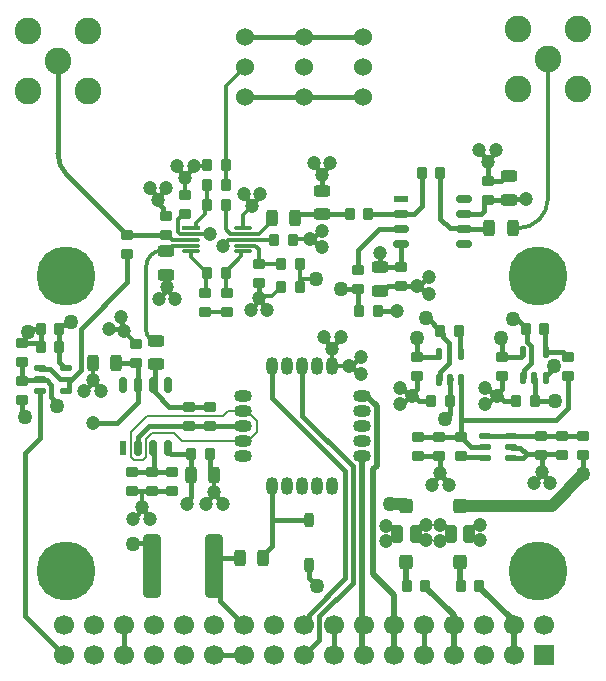
<source format=gtl>
G04*
G04 #@! TF.GenerationSoftware,Altium Limited,Altium Designer,21.2.2 (38)*
G04*
G04 Layer_Physical_Order=1*
G04 Layer_Color=2441676*
%FSLAX44Y44*%
%MOMM*%
G71*
G04*
G04 #@! TF.SameCoordinates,FBAD0861-C7C3-44E5-B471-CEE513BBFA7F*
G04*
G04*
G04 #@! TF.FilePolarity,Positive*
G04*
G01*
G75*
%ADD10C,0.2000*%
%ADD36C,0.4000*%
%ADD37C,0.3000*%
G04:AMPARAMS|DCode=38|XSize=0.9mm|YSize=1mm|CornerRadius=0.225mm|HoleSize=0mm|Usage=FLASHONLY|Rotation=180.000|XOffset=0mm|YOffset=0mm|HoleType=Round|Shape=RoundedRectangle|*
%AMROUNDEDRECTD38*
21,1,0.9000,0.5500,0,0,180.0*
21,1,0.4500,1.0000,0,0,180.0*
1,1,0.4500,-0.2250,0.2750*
1,1,0.4500,0.2250,0.2750*
1,1,0.4500,0.2250,-0.2750*
1,1,0.4500,-0.2250,-0.2750*
%
%ADD38ROUNDEDRECTD38*%
G04:AMPARAMS|DCode=39|XSize=0.55mm|YSize=1mm|CornerRadius=0.1375mm|HoleSize=0mm|Usage=FLASHONLY|Rotation=270.000|XOffset=0mm|YOffset=0mm|HoleType=Round|Shape=RoundedRectangle|*
%AMROUNDEDRECTD39*
21,1,0.5500,0.7250,0,0,270.0*
21,1,0.2750,1.0000,0,0,270.0*
1,1,0.2750,-0.3625,-0.1375*
1,1,0.2750,-0.3625,0.1375*
1,1,0.2750,0.3625,0.1375*
1,1,0.2750,0.3625,-0.1375*
%
%ADD39ROUNDEDRECTD39*%
G04:AMPARAMS|DCode=40|XSize=0.9mm|YSize=1mm|CornerRadius=0.225mm|HoleSize=0mm|Usage=FLASHONLY|Rotation=90.000|XOffset=0mm|YOffset=0mm|HoleType=Round|Shape=RoundedRectangle|*
%AMROUNDEDRECTD40*
21,1,0.9000,0.5500,0,0,90.0*
21,1,0.4500,1.0000,0,0,90.0*
1,1,0.4500,0.2750,0.2250*
1,1,0.4500,0.2750,-0.2250*
1,1,0.4500,-0.2750,-0.2250*
1,1,0.4500,-0.2750,0.2250*
%
%ADD40ROUNDEDRECTD40*%
G04:AMPARAMS|DCode=41|XSize=1.25mm|YSize=1.2mm|CornerRadius=0.3mm|HoleSize=0mm|Usage=FLASHONLY|Rotation=90.000|XOffset=0mm|YOffset=0mm|HoleType=Round|Shape=RoundedRectangle|*
%AMROUNDEDRECTD41*
21,1,1.2500,0.6000,0,0,90.0*
21,1,0.6500,1.2000,0,0,90.0*
1,1,0.6000,0.3000,0.3250*
1,1,0.6000,0.3000,-0.3250*
1,1,0.6000,-0.3000,-0.3250*
1,1,0.6000,-0.3000,0.3250*
%
%ADD41ROUNDEDRECTD41*%
G04:AMPARAMS|DCode=42|XSize=1.5mm|YSize=1mm|CornerRadius=0.25mm|HoleSize=0mm|Usage=FLASHONLY|Rotation=90.000|XOffset=0mm|YOffset=0mm|HoleType=Round|Shape=RoundedRectangle|*
%AMROUNDEDRECTD42*
21,1,1.5000,0.5000,0,0,90.0*
21,1,1.0000,1.0000,0,0,90.0*
1,1,0.5000,0.2500,0.5000*
1,1,0.5000,0.2500,-0.5000*
1,1,0.5000,-0.2500,-0.5000*
1,1,0.5000,-0.2500,0.5000*
%
%ADD42ROUNDEDRECTD42*%
G04:AMPARAMS|DCode=43|XSize=5.4mm|YSize=1.55mm|CornerRadius=0.3875mm|HoleSize=0mm|Usage=FLASHONLY|Rotation=270.000|XOffset=0mm|YOffset=0mm|HoleType=Round|Shape=RoundedRectangle|*
%AMROUNDEDRECTD43*
21,1,5.4000,0.7750,0,0,270.0*
21,1,4.6250,1.5500,0,0,270.0*
1,1,0.7750,-0.3875,-2.3125*
1,1,0.7750,-0.3875,2.3125*
1,1,0.7750,0.3875,2.3125*
1,1,0.7750,0.3875,-2.3125*
%
%ADD43ROUNDEDRECTD43*%
G04:AMPARAMS|DCode=44|XSize=1.5mm|YSize=0.3mm|CornerRadius=0.075mm|HoleSize=0mm|Usage=FLASHONLY|Rotation=0.000|XOffset=0mm|YOffset=0mm|HoleType=Round|Shape=RoundedRectangle|*
%AMROUNDEDRECTD44*
21,1,1.5000,0.1500,0,0,0.0*
21,1,1.3500,0.3000,0,0,0.0*
1,1,0.1500,0.6750,-0.0750*
1,1,0.1500,-0.6750,-0.0750*
1,1,0.1500,-0.6750,0.0750*
1,1,0.1500,0.6750,0.0750*
%
%ADD44ROUNDEDRECTD44*%
%ADD45R,1.5000X0.3000*%
G04:AMPARAMS|DCode=46|XSize=0.95mm|YSize=1.4mm|CornerRadius=0.2375mm|HoleSize=0mm|Usage=FLASHONLY|Rotation=90.000|XOffset=0mm|YOffset=0mm|HoleType=Round|Shape=RoundedRectangle|*
%AMROUNDEDRECTD46*
21,1,0.9500,0.9250,0,0,90.0*
21,1,0.4750,1.4000,0,0,90.0*
1,1,0.4750,0.4625,0.2375*
1,1,0.4750,0.4625,-0.2375*
1,1,0.4750,-0.4625,-0.2375*
1,1,0.4750,-0.4625,0.2375*
%
%ADD46ROUNDEDRECTD46*%
G04:AMPARAMS|DCode=47|XSize=0.95mm|YSize=1.4mm|CornerRadius=0.2375mm|HoleSize=0mm|Usage=FLASHONLY|Rotation=0.000|XOffset=0mm|YOffset=0mm|HoleType=Round|Shape=RoundedRectangle|*
%AMROUNDEDRECTD47*
21,1,0.9500,0.9250,0,0,0.0*
21,1,0.4750,1.4000,0,0,0.0*
1,1,0.4750,0.2375,-0.4625*
1,1,0.4750,-0.2375,-0.4625*
1,1,0.4750,-0.2375,0.4625*
1,1,0.4750,0.2375,0.4625*
%
%ADD47ROUNDEDRECTD47*%
G04:AMPARAMS|DCode=48|XSize=1.3208mm|YSize=0.6096mm|CornerRadius=0.1524mm|HoleSize=0mm|Usage=FLASHONLY|Rotation=90.000|XOffset=0mm|YOffset=0mm|HoleType=Round|Shape=RoundedRectangle|*
%AMROUNDEDRECTD48*
21,1,1.3208,0.3048,0,0,90.0*
21,1,1.0160,0.6096,0,0,90.0*
1,1,0.3048,0.1524,0.5080*
1,1,0.3048,0.1524,-0.5080*
1,1,0.3048,-0.1524,-0.5080*
1,1,0.3048,-0.1524,0.5080*
%
%ADD48ROUNDEDRECTD48*%
%ADD49R,0.6096X1.2700*%
G04:AMPARAMS|DCode=50|XSize=1.3208mm|YSize=0.6096mm|CornerRadius=0.1524mm|HoleSize=0mm|Usage=FLASHONLY|Rotation=0.000|XOffset=0mm|YOffset=0mm|HoleType=Round|Shape=RoundedRectangle|*
%AMROUNDEDRECTD50*
21,1,1.3208,0.3048,0,0,0.0*
21,1,1.0160,0.6096,0,0,0.0*
1,1,0.3048,0.5080,-0.1524*
1,1,0.3048,-0.5080,-0.1524*
1,1,0.3048,-0.5080,0.1524*
1,1,0.3048,0.5080,0.1524*
%
%ADD50ROUNDEDRECTD50*%
G04:AMPARAMS|DCode=51|XSize=0.55mm|YSize=1mm|CornerRadius=0.1375mm|HoleSize=0mm|Usage=FLASHONLY|Rotation=0.000|XOffset=0mm|YOffset=0mm|HoleType=Round|Shape=RoundedRectangle|*
%AMROUNDEDRECTD51*
21,1,0.5500,0.7250,0,0,0.0*
21,1,0.2750,1.0000,0,0,0.0*
1,1,0.2750,0.1375,-0.3625*
1,1,0.2750,-0.1375,-0.3625*
1,1,0.2750,-0.1375,0.3625*
1,1,0.2750,0.1375,0.3625*
%
%ADD51ROUNDEDRECTD51*%
G04:AMPARAMS|DCode=52|XSize=1.2mm|YSize=0.8mm|CornerRadius=0.2mm|HoleSize=0mm|Usage=FLASHONLY|Rotation=90.000|XOffset=0mm|YOffset=0mm|HoleType=Round|Shape=RoundedRectangle|*
%AMROUNDEDRECTD52*
21,1,1.2000,0.4000,0,0,90.0*
21,1,0.8000,0.8000,0,0,90.0*
1,1,0.4000,0.2000,0.4000*
1,1,0.4000,0.2000,-0.4000*
1,1,0.4000,-0.2000,-0.4000*
1,1,0.4000,-0.2000,0.4000*
%
%ADD52ROUNDEDRECTD52*%
%ADD53R,1.2700X0.6096*%
%ADD54C,0.5000*%
%ADD55C,1.0000*%
%ADD56C,0.3810*%
%ADD57O,1.0500X1.5000*%
%ADD58O,1.5000X1.0500*%
%ADD59C,1.7000*%
%ADD60R,1.7000X1.7000*%
%ADD61C,2.2620*%
%ADD62C,1.5240*%
%ADD63C,1.2700*%
%ADD64C,1.2000*%
%ADD65C,5.0000*%
D10*
X437200Y510700D02*
X450200D01*
X453300D01*
X462000Y502000D01*
X432500Y506000D02*
X437200Y510700D01*
X462000Y493000D02*
Y502000D01*
X368500Y506000D02*
X432500D01*
X454300Y485300D02*
X462000Y493000D01*
X355102Y492602D02*
X368500Y506000D01*
X450200Y485300D02*
X454300D01*
X355102Y471398D02*
Y492602D01*
X398200Y485300D02*
X450200D01*
X355102Y471398D02*
X357500Y469000D01*
X391500Y492000D02*
X398200Y485300D01*
X357500Y469000D02*
X365500D01*
X372500Y492000D02*
X391500D01*
X365500Y469000D02*
X367500Y471000D01*
Y487000D02*
X372500Y492000D01*
X367500Y471000D02*
Y487000D01*
D36*
X669000Y571000D02*
G03*
X668000Y572000I-1000J0D01*
G01*
X293000Y728521D02*
G03*
X300439Y710561I25400J0D01*
G01*
X303000Y393000D02*
G03*
X304000Y394000I0J1000D01*
G01*
X720000Y487000D02*
G03*
X717500Y489500I-2500J0D01*
G01*
X596564Y616000D02*
G03*
X597000Y616435I0J435D01*
G01*
X556350Y677350D02*
G03*
X556000Y677000I0J-350D01*
G01*
X540000Y676000D02*
G03*
X539000Y677000I-1000J0D01*
G01*
X497565D02*
G03*
X494000Y673435I0J-3565D01*
G01*
X517000Y709565D02*
G03*
X516565Y710000I-435J0D01*
G01*
X425000Y304000D02*
X450400D01*
X526600D02*
Y329400D01*
X348800Y304000D02*
Y329400D01*
X265000Y337000D02*
X298000Y304000D01*
X265000Y475000D02*
X277574Y487574D01*
X265000Y337000D02*
Y475000D01*
X370500Y498000D02*
X450200D01*
X474600Y396053D02*
Y447200D01*
X602800Y304000D02*
Y329400D01*
X430093Y349707D02*
Y374408D01*
Y349707D02*
X450400Y329400D01*
X425500Y379000D02*
X430093Y374408D01*
X542550Y365050D02*
Y463450D01*
X514100Y336600D02*
X542550Y365050D01*
X501200Y332918D02*
X505303Y337021D01*
Y337803D01*
X501200Y329400D02*
Y332918D01*
X505303Y337803D02*
X536550Y369050D01*
Y459550D01*
X474600Y521501D02*
X536550Y459550D01*
X501200Y304000D02*
X514100Y316900D01*
Y336600D01*
X669000Y556000D02*
Y571000D01*
X292500Y515000D02*
Y517500D01*
X287500Y522500D02*
X292500Y517500D01*
X287500Y522500D02*
Y532500D01*
X283574Y536426D02*
X287500Y532500D01*
X277574Y537176D02*
X278324Y536426D01*
X283574D01*
X286574Y545926D02*
X295149Y537351D01*
X278324Y545926D02*
X286574D01*
X295149Y537351D02*
X304851D01*
X312500Y545000D01*
X302574Y535074D02*
X304851Y537351D01*
X296848Y582786D02*
X300286D01*
X294367Y579941D02*
Y580305D01*
X296848Y582786D01*
X262500Y507500D02*
Y519500D01*
Y507500D02*
X265000Y505000D01*
X277574Y487574D02*
Y527676D01*
X267500Y577598D02*
X269843Y579941D01*
X278367D01*
X267500Y577500D02*
Y577598D01*
X278367Y567500D02*
Y579941D01*
X276172Y567500D02*
X278367D01*
X275672Y568000D02*
X276172Y567500D01*
X262500Y568000D02*
X275672D01*
X352000Y619500D02*
Y643000D01*
X312500Y580000D02*
X352000Y619500D01*
X312500Y545000D02*
Y580000D01*
X301824Y527676D02*
X302574Y528426D01*
Y535074D01*
X262500Y535500D02*
X263426Y536426D01*
X276824D02*
X277574Y537176D01*
X263426Y536426D02*
X276824D01*
X262500Y535500D02*
Y552000D01*
X294367Y564941D02*
Y579941D01*
Y551883D02*
Y564941D01*
Y551883D02*
X296574Y549676D01*
X297324Y546676D02*
X299574D01*
X296574Y547426D02*
X297324Y546676D01*
X296574Y547426D02*
Y549676D01*
X277574Y527676D02*
X279824D01*
X277574Y546676D02*
X278324Y545926D01*
X293000Y728521D02*
Y807000D01*
X353051Y659435D02*
X385000D01*
X300439Y710561D02*
X352000Y659000D01*
X356500Y398000D02*
X357000Y398500D01*
X366893D02*
X372500Y392893D01*
Y379000D02*
Y392893D01*
X357000Y398500D02*
X366893D01*
X337436Y580829D02*
X338851Y579414D01*
X347336D02*
X347336Y579414D01*
X338851Y579414D02*
X347336D01*
X347336Y579414D02*
X348750Y578000D01*
X347336Y579414D02*
Y587900D01*
X369997Y418999D02*
Y420999D01*
X363997Y426999D02*
Y426999D01*
Y426999D02*
X369997Y420999D01*
X363997Y426999D02*
Y428999D01*
X357997Y420999D02*
X363997Y426999D01*
X505500Y369000D02*
X512250Y362250D01*
X505500Y369000D02*
Y379750D01*
X467000Y388453D02*
X474600Y396053D01*
X475350Y417750D02*
X505500D01*
X499000Y827400D02*
X549000D01*
X499000Y776600D02*
X549000D01*
X500000Y506000D02*
X542550Y463450D01*
X368625Y361000D02*
X372500Y379000D01*
X425500Y380393D02*
X431107Y386000D01*
X425500Y379000D02*
Y380393D01*
X431107Y386000D02*
X447000D01*
X467000D02*
Y388453D01*
X343500Y500000D02*
X361150Y517650D01*
Y532670D01*
X322500Y500000D02*
X343500D01*
X474600Y521501D02*
Y548800D01*
X500000Y506000D02*
Y548800D01*
X451500Y691935D02*
Y693935D01*
X713064Y548064D02*
Y548461D01*
X712000Y546250D02*
Y547000D01*
X713064Y548064D01*
X706000Y538000D02*
Y540250D01*
X712000Y546250D01*
X549000Y776600D02*
X549000Y776600D01*
X499000Y776600D02*
X499000Y776600D01*
X449000D02*
X499000D01*
X449000Y776600D02*
X449000Y776600D01*
X499000D02*
X499000Y776600D01*
Y827400D02*
X499000Y827400D01*
X549000D02*
X549000Y827400D01*
X449000Y827400D02*
X499000D01*
X449000Y827400D02*
X449000Y827400D01*
X499000D02*
X499000Y827400D01*
X681407Y588093D02*
X689000Y580500D01*
X678093Y588093D02*
X681407D01*
X678000Y588000D02*
X678093Y588093D01*
X689000Y580000D02*
Y580500D01*
X606500Y589000D02*
X617000Y578500D01*
X605000Y589000D02*
X606500D01*
X617000Y578000D02*
Y578500D01*
X547000Y614000D02*
X547500Y613500D01*
X533000Y614000D02*
X547000D01*
X634250Y503000D02*
X715000D01*
X725000Y513000D01*
Y540000D01*
X720365Y560000D02*
X724365Y556000D01*
X725000D01*
X706000Y560000D02*
X720365D01*
X697000Y519000D02*
X714000D01*
X696750Y519250D02*
X697000Y519000D01*
X621000Y504000D02*
X625000Y508000D01*
Y519000D01*
X598000Y488000D02*
X634000D01*
X738000Y457000D02*
Y473000D01*
X738000D01*
X597000Y556000D02*
X614750D01*
X597000D02*
X597000D01*
Y572000D01*
X705500Y564000D02*
Y579500D01*
X634250Y503000D02*
Y536750D01*
Y488250D02*
Y503000D01*
X625000Y537000D02*
X625750Y537750D01*
X634250Y536750D02*
X634500Y537000D01*
X634000Y488000D02*
X634250Y488250D01*
X655000Y517000D02*
X657000D01*
X657000Y529000D02*
X663000Y523000D01*
X663000D02*
X663000D01*
X657000Y517000D02*
X663000Y523000D01*
X663000D02*
X665000D01*
Y525165D01*
X669000Y529165D01*
Y540000D01*
X667039Y523000D02*
X671039Y519000D01*
X681000D01*
X665000Y523000D02*
X667039D01*
X696500Y538000D02*
X696750Y537750D01*
Y519250D02*
Y537750D01*
X687000Y557750D02*
Y560000D01*
X669000Y556000D02*
X685250D01*
X687000Y557750D01*
X690601Y569000D02*
Y578399D01*
Y569000D02*
X694000Y565601D01*
X689000Y580000D02*
X690601Y578399D01*
X694000Y551000D02*
Y565601D01*
X687750Y544750D02*
X694000Y551000D01*
X687000Y538000D02*
X687750Y538750D01*
Y544750D01*
X705000Y580000D02*
X705500Y579500D01*
X593000Y523000D02*
X595039D01*
X599039Y519000D02*
X609000D01*
X595039Y523000D02*
X599039Y519000D01*
X597000Y529165D02*
Y540000D01*
X593000Y525165D02*
X597000Y529165D01*
X593000Y523000D02*
Y525165D01*
X591000Y523000D02*
X593000D01*
X585000Y517000D02*
X591000Y523000D01*
X591000D01*
X585000Y529000D02*
X591000Y523000D01*
X583000Y517000D02*
X585000D01*
X625000Y519000D02*
Y537000D01*
X615500Y556750D02*
Y559000D01*
X614750Y556000D02*
X615500Y556750D01*
X619346Y572654D02*
Y575654D01*
X624000Y551000D02*
Y568000D01*
X619346Y572654D02*
X624000Y568000D01*
X617000Y578000D02*
X619346Y575654D01*
X615500Y537000D02*
X616250Y537750D01*
Y543250D01*
X624000Y551000D01*
X633750Y559750D02*
Y577250D01*
X633000Y578000D02*
X633750Y577250D01*
Y559750D02*
X634500Y559000D01*
X703000Y457000D02*
Y459000D01*
Y457000D02*
X709000Y451000D01*
X703000Y457000D02*
Y457000D01*
X697000Y451000D02*
X703000Y457000D01*
X709000Y449000D02*
Y451000D01*
X703000Y459000D02*
Y475000D01*
X616997Y455999D02*
Y457999D01*
Y455999D02*
X622997Y449999D01*
X616997Y455999D02*
Y455999D01*
X610997Y449999D02*
X616997Y455999D01*
X622997Y447999D02*
Y449999D01*
X616997Y457999D02*
Y473999D01*
X598000Y472000D02*
X598001Y471999D01*
X615997D01*
X615998Y471999D01*
X634750Y471250D02*
X654250D01*
X655000Y470500D01*
X634000Y472000D02*
X634750Y471250D01*
X634635Y488000D02*
X642635Y480000D01*
X655000D01*
X634000Y488000D02*
X634635D01*
X677000Y489500D02*
X717500D01*
X720000Y489000D02*
X738000D01*
X690000Y474000D02*
X719000D01*
X677000Y470500D02*
X686500D01*
X690000Y474000D01*
X719000D02*
X720000Y473000D01*
X677000Y480000D02*
X677750Y479250D01*
X684750D01*
X690000Y474000D01*
X655000Y489500D02*
X677000D01*
X405500Y437165D02*
Y456000D01*
X547500Y595500D02*
Y613500D01*
Y595500D02*
X548000Y595000D01*
X564000D02*
X580000D01*
X584000Y616000D02*
X596564D01*
X547000Y630000D02*
Y647000D01*
X564650Y664650D01*
X583330D01*
X566000Y632000D02*
Y644000D01*
X568453Y612000D02*
X572453Y616000D01*
X584000D01*
X566000Y612000D02*
X568453D01*
X584000Y632000D02*
X584000Y632000D01*
X566000Y632000D02*
X584000D01*
X654000Y680000D02*
Y686000D01*
X654154Y686154D01*
X651350Y677350D02*
X654000Y680000D01*
X636670Y677350D02*
X651350D01*
X657000Y705000D02*
Y721000D01*
X668547Y705000D02*
X672547Y709000D01*
X657000Y705000D02*
X668547D01*
X672547Y709000D02*
X675000D01*
X675000Y689000D02*
X675000Y689000D01*
X657000Y689000D02*
X675000D01*
X675000Y689000D02*
X676000Y690000D01*
X689000D01*
X654154Y686519D02*
X656635Y689000D01*
X654154Y686154D02*
Y686519D01*
X656635Y689000D02*
X657000D01*
X657825Y664825D02*
X658000Y665000D01*
X636670Y664650D02*
X636845Y664825D01*
X657825D01*
X584000Y632000D02*
Y651280D01*
X651000Y729000D02*
Y731000D01*
X657000Y723000D02*
X663000Y729000D01*
X657000Y723000D02*
Y723000D01*
X651000Y729000D02*
X657000Y723000D01*
Y721000D02*
Y723000D01*
X605000Y622435D02*
X607000D01*
X599000Y616435D02*
X605000Y610435D01*
X599000Y616435D02*
X599000D01*
X605000Y622435D01*
X597000Y616435D02*
X599000D01*
X636320Y665000D02*
X636670Y664650D01*
X625000Y665000D02*
X636320D01*
X617000Y673000D02*
X625000Y665000D01*
X617000Y673000D02*
Y712000D01*
X556350Y677350D02*
X583330D01*
X594350D01*
X601000Y684000D02*
Y712000D01*
X594350Y677350D02*
X601000Y684000D01*
X497565Y677000D02*
X517000D01*
X539000D01*
X516565Y710000D02*
Y712000D01*
X517000Y697000D02*
Y709565D01*
X510565Y718000D02*
X516565Y712000D01*
Y712000D02*
Y712000D01*
Y712000D02*
X522565Y718000D01*
X510565Y718000D02*
Y720000D01*
X391500Y604935D02*
X392750Y606185D01*
X391500Y604935D02*
Y606935D01*
X385500Y612935D02*
X391500Y606935D01*
X385500Y612935D02*
Y612935D01*
Y614935D01*
X385000Y615435D02*
X385500Y614935D01*
X385000Y615435D02*
Y627435D01*
X379500Y606935D02*
X385500Y612935D01*
X498000Y634435D02*
X498000Y634435D01*
Y615565D02*
X498000Y615565D01*
X457500Y685935D02*
X463500Y691935D01*
X457500Y685935D02*
Y685935D01*
X451500Y691935D02*
X457500Y685935D01*
Y683935D02*
Y685935D01*
X482000Y615200D02*
Y615565D01*
X480750Y616815D02*
X482000Y615565D01*
X463500Y605935D02*
X465031Y607466D01*
X463000Y606435D02*
Y618435D01*
Y606435D02*
X463500Y605935D01*
Y603935D02*
Y605935D01*
Y603935D02*
Y603935D01*
X457500Y597935D02*
X463500Y603935D01*
X469500Y595935D02*
Y597935D01*
X463500Y603935D02*
X469500Y597935D01*
Y595935D02*
X470750Y597185D01*
X395000Y715435D02*
Y717435D01*
X401000Y709435D02*
Y709435D01*
X395000Y715435D02*
X401000Y709435D01*
Y707435D02*
Y709435D01*
X407000Y715435D01*
X385000Y627435D02*
X385500Y626935D01*
X382154Y677916D02*
X384635Y675435D01*
X377661Y686998D02*
X382154Y682504D01*
X377661Y686998D02*
Y689162D01*
X384635Y675435D02*
X385000D01*
X382154Y677916D02*
Y682504D01*
X371661Y697162D02*
X377661Y691162D01*
Y691162D02*
X383661Y697162D01*
X377661Y691162D02*
Y691162D01*
Y689162D02*
Y691162D01*
X371661Y697162D02*
Y699162D01*
X541400Y548800D02*
X547400Y542800D01*
X539400Y548800D02*
X541400D01*
X541400D02*
X547400Y554800D01*
X541400Y548800D02*
X541400D01*
X547400Y554800D02*
X549400D01*
X525400Y564800D02*
X531400Y570800D01*
X525400Y562800D02*
Y564800D01*
X519400Y570800D02*
X525400Y564800D01*
Y564800D02*
Y564800D01*
X519400Y570800D02*
Y572800D01*
X355497Y442999D02*
X372497D01*
X389497D01*
X508468Y655903D02*
X514468Y649903D01*
X506468Y655903D02*
X508468D01*
X508468D02*
X514468Y661903D01*
X508468Y655903D02*
X508468D01*
X514468Y661903D02*
X516468D01*
X425500Y456000D02*
Y458453D01*
X421500Y462453D02*
Y474000D01*
Y462453D02*
X425500Y458453D01*
X419500Y434000D02*
X425500Y440000D01*
Y442000D01*
Y440000D02*
X431500Y434000D01*
X425500Y440000D02*
Y440000D01*
X431500Y432000D02*
Y434000D01*
X316500Y529000D02*
X322500Y535000D01*
Y537000D01*
Y535000D02*
X328500Y529000D01*
X322500Y535000D02*
Y535000D01*
X328500Y527000D02*
Y529000D01*
X358865Y567000D02*
X359500D01*
X342500Y551000D02*
X342500Y551000D01*
X359500D01*
X405298Y473798D02*
X405500Y474000D01*
X388526Y473798D02*
X405298D01*
X386550Y475774D02*
X388526Y473798D01*
X386550Y475774D02*
Y479330D01*
X405500Y456000D02*
Y474000D01*
X361500Y551000D02*
X362000Y550500D01*
X361325Y532845D02*
Y550825D01*
X361150Y532670D02*
X361325Y532845D01*
Y550825D02*
X361500Y551000D01*
X355497Y458999D02*
X372497D01*
X389497D01*
X373850Y479330D02*
X374174Y479006D01*
Y461323D02*
Y479006D01*
Y461323D02*
X374497Y460999D01*
X361150Y479330D02*
Y488650D01*
X370500Y498000D01*
D37*
X353051Y659435D02*
G03*
X352000Y659000I0J-1486D01*
G01*
X381685Y646435D02*
G03*
X367750Y632500I0J-13935D01*
G01*
Y578750D02*
G03*
X376500Y570000I8750J0D01*
G01*
X682600Y665000D02*
G03*
X708000Y690400I0J25400D01*
G01*
X345922Y589314D02*
Y590021D01*
X348750Y578000D02*
X358649Y568101D01*
X357497Y418499D02*
X357997Y418999D01*
X363997Y428999D02*
Y442999D01*
X381685Y646435D02*
X385906D01*
X367750Y578750D02*
Y632500D01*
X435000Y718435D02*
Y785500D01*
X451500Y802000D01*
X498000Y622000D02*
X512000D01*
X498000Y615565D02*
Y634435D01*
X678000Y665000D02*
X682600D01*
X708000Y690400D02*
Y808000D01*
X406000Y660435D02*
X418000D01*
X396712D02*
X406000D01*
X583330Y651950D02*
X584000Y651280D01*
X418500Y626935D02*
X419000Y627435D01*
X418500Y610935D02*
Y626935D01*
X450000Y676435D02*
X457500Y683935D01*
X435000Y664435D02*
Y684435D01*
X450000Y665435D02*
Y676435D01*
X435000Y627435D02*
X435500Y626935D01*
Y610935D02*
Y626935D01*
X435000Y653435D02*
X437000Y655435D01*
X435500Y610935D02*
X436000Y610435D01*
X435000Y664435D02*
X439000Y660435D01*
X435000Y627435D02*
Y627935D01*
X476000Y672935D02*
Y673435D01*
X457500Y683935D02*
X459935D01*
X435000Y701435D02*
Y718435D01*
X437000Y655435D02*
X450000D01*
X435000Y627935D02*
X448257Y641193D01*
X416057Y630472D02*
X419000Y627529D01*
X439000Y660435D02*
X450000D01*
X419000Y627435D02*
Y627529D01*
X463500Y660435D02*
X476000Y672935D01*
X465031Y607466D02*
X474266D01*
X482000Y615200D01*
X463000Y634435D02*
X482000D01*
X463000Y634435D02*
X463000Y634435D01*
X418000Y594435D02*
X436000D01*
X418000Y610435D02*
X418500Y610935D01*
X460129Y650435D02*
X463000Y647565D01*
Y634435D02*
Y647565D01*
X450000Y650435D02*
X460129D01*
X448257Y641193D02*
Y645435D01*
X450000D01*
X492000Y655435D02*
X492935Y656371D01*
X450000Y660435D02*
X463500D01*
X450000Y655435D02*
X476000D01*
X407000Y717435D02*
X407500Y717935D01*
X418500D01*
X401000Y693435D02*
Y707435D01*
X419000Y684435D02*
Y701435D01*
X418500Y717935D02*
X419000Y718435D01*
X410243Y669678D02*
X417727Y677162D01*
Y683162D01*
X410243Y665435D02*
Y669678D01*
X417727Y683162D02*
X419000Y684435D01*
X398463Y674898D02*
X401000Y677435D01*
X397174Y674898D02*
X398463D01*
X394954Y672678D02*
X397174Y674898D01*
X394954Y662193D02*
X396712Y660435D01*
X406000Y665435D02*
X410243D01*
X394954Y662193D02*
Y672678D01*
X406000Y640435D02*
Y645435D01*
X415963Y630472D02*
X416057D01*
X385906Y646435D02*
X389906Y650435D01*
X406000Y640435D02*
X415963Y630472D01*
X389906Y650435D02*
X406000D01*
X389906Y655435D02*
X406000D01*
X385906Y659435D02*
X389906Y655435D01*
X385000Y659435D02*
X385906D01*
X525400Y548800D02*
X539400D01*
X549400Y542800D02*
X549900Y542300D01*
X525400Y548800D02*
Y562800D01*
X531400Y572800D02*
X531900Y573300D01*
X492468Y655903D02*
X506468D01*
X516468Y649903D02*
X516968Y649403D01*
X425500Y442000D02*
Y456000D01*
X419000Y431500D02*
X419500Y432000D01*
X322500Y537000D02*
Y551000D01*
X316000Y526500D02*
X316500Y527000D01*
D38*
X294367Y579941D02*
D03*
X278367D02*
D03*
X294367Y564941D02*
D03*
X278367D02*
D03*
X435000Y701435D02*
D03*
X419000D02*
D03*
Y684435D02*
D03*
X435000D02*
D03*
X435000Y627435D02*
D03*
X419000D02*
D03*
X498000Y634435D02*
D03*
X482000D02*
D03*
X476000Y655435D02*
D03*
X492000D02*
D03*
X419000Y718435D02*
D03*
X435000D02*
D03*
X482000Y615565D02*
D03*
X498000D02*
D03*
X405500Y474000D02*
D03*
X421500D02*
D03*
X625000Y519000D02*
D03*
X697000D02*
D03*
X564000Y595000D02*
D03*
X609000Y519000D02*
D03*
X681000D02*
D03*
X604250Y362000D02*
D03*
X588250D02*
D03*
X650000D02*
D03*
X634000D02*
D03*
X617000Y578000D02*
D03*
X633000D02*
D03*
X689000Y580000D02*
D03*
X705000D02*
D03*
X617000Y712000D02*
D03*
X601000D02*
D03*
X556000Y677000D02*
D03*
X540000D02*
D03*
X548000Y595000D02*
D03*
D39*
X299574Y546676D02*
D03*
Y527676D02*
D03*
X277574D02*
D03*
Y537176D02*
D03*
Y546676D02*
D03*
X677000Y470500D02*
D03*
Y480000D02*
D03*
X655000D02*
D03*
X677000Y489500D02*
D03*
X655000D02*
D03*
Y470500D02*
D03*
D40*
X262500Y552000D02*
D03*
Y568000D02*
D03*
Y535500D02*
D03*
Y519500D02*
D03*
X352000Y659000D02*
D03*
Y643000D02*
D03*
X418000Y594435D02*
D03*
Y610435D02*
D03*
X463000Y618435D02*
D03*
Y634435D02*
D03*
X385000Y675435D02*
D03*
Y659435D02*
D03*
X436000Y594435D02*
D03*
Y610435D02*
D03*
X401000Y677435D02*
D03*
Y693435D02*
D03*
X355497Y458999D02*
D03*
Y442999D02*
D03*
X404500Y514000D02*
D03*
Y498000D02*
D03*
X389497Y442999D02*
D03*
Y458999D02*
D03*
X372497Y442999D02*
D03*
Y458999D02*
D03*
X359500Y551000D02*
D03*
Y567000D02*
D03*
X421500Y498000D02*
D03*
Y514000D02*
D03*
X584000Y632000D02*
D03*
X657000Y689000D02*
D03*
X597000Y556000D02*
D03*
X669000D02*
D03*
X738000Y473000D02*
D03*
X657000Y705000D02*
D03*
X584000Y616000D02*
D03*
X597000Y540000D02*
D03*
X598000Y472000D02*
D03*
X615998Y471999D02*
D03*
X669000Y540000D02*
D03*
X702000Y473000D02*
D03*
X720000D02*
D03*
X725000Y556000D02*
D03*
Y540000D02*
D03*
X634000Y488000D02*
D03*
Y472000D02*
D03*
X615998Y487999D02*
D03*
X598000Y488000D02*
D03*
X738000Y489000D02*
D03*
X720000D02*
D03*
X702000D02*
D03*
X547000Y630000D02*
D03*
Y614000D02*
D03*
D41*
X633500Y382750D02*
D03*
Y430250D02*
D03*
X588000Y382500D02*
D03*
Y430000D02*
D03*
D42*
X625500Y406500D02*
D03*
X641500D02*
D03*
X580000Y406250D02*
D03*
X596000D02*
D03*
D43*
X425500Y379000D02*
D03*
X372500D02*
D03*
D44*
X450000Y665435D02*
D03*
Y660435D02*
D03*
Y655435D02*
D03*
Y650435D02*
D03*
Y645435D02*
D03*
X406000D02*
D03*
Y650435D02*
D03*
Y655435D02*
D03*
Y660435D02*
D03*
D45*
Y665435D02*
D03*
D46*
X385000Y645435D02*
D03*
Y625435D02*
D03*
X376500Y570000D02*
D03*
Y550000D02*
D03*
X517000Y677000D02*
D03*
Y697000D02*
D03*
X566000Y632000D02*
D03*
X675000Y689000D02*
D03*
Y709000D02*
D03*
X566000Y612000D02*
D03*
D47*
X494000Y673435D02*
D03*
X474000D02*
D03*
X678000Y665000D02*
D03*
X658000D02*
D03*
X425500Y456000D02*
D03*
X405500D02*
D03*
X322500Y551000D02*
D03*
X342500D02*
D03*
X447000Y386000D02*
D03*
X467000D02*
D03*
D48*
X386550Y532670D02*
D03*
Y479330D02*
D03*
X348450Y532670D02*
D03*
X373850D02*
D03*
Y479330D02*
D03*
X361150Y532670D02*
D03*
Y479330D02*
D03*
D49*
X348450D02*
D03*
D50*
X583330Y651950D02*
D03*
X636670Y677350D02*
D03*
Y651950D02*
D03*
Y690050D02*
D03*
Y664650D02*
D03*
X583330D02*
D03*
Y677350D02*
D03*
D51*
X625000Y537000D02*
D03*
X696500Y538000D02*
D03*
X615500Y559000D02*
D03*
X687000Y560000D02*
D03*
X706000Y538000D02*
D03*
X634500Y559000D02*
D03*
Y537000D02*
D03*
X615500D02*
D03*
X706000Y560000D02*
D03*
X687000Y538000D02*
D03*
D52*
X505500Y379750D02*
D03*
Y417750D02*
D03*
D53*
X583330Y690050D02*
D03*
D54*
X550800Y305200D02*
Y472600D01*
Y305200D02*
X552000Y304000D01*
X577400Y329400D02*
Y354925D01*
Y304000D02*
Y329400D01*
X560075Y372250D02*
X577400Y354925D01*
X560075Y372250D02*
Y461075D01*
X628200Y329400D02*
Y337550D01*
Y304000D02*
Y329400D01*
X604250Y361500D02*
X628200Y337550D01*
X604250Y361500D02*
Y362000D01*
X679000Y329400D02*
Y332500D01*
Y304000D02*
Y329400D01*
X650000Y361500D02*
Y362000D01*
Y361500D02*
X679000Y332500D01*
X633500Y382750D02*
X633750Y382500D01*
Y362250D02*
X634000Y362000D01*
X633750Y362250D02*
Y382500D01*
X588125Y362125D02*
Y382375D01*
X588000Y382500D02*
X588125Y382375D01*
Y362125D02*
X588250Y362000D01*
X563000Y464000D02*
Y514539D01*
X560075Y461075D02*
X563000Y464000D01*
X588000Y382250D02*
Y382500D01*
X554139Y523400D02*
X563000Y514539D01*
X550800Y523400D02*
X554139D01*
D55*
X711250Y430250D02*
X738000Y457000D01*
X633500Y430250D02*
X711250D01*
X574750Y431250D02*
X586750D01*
X574500Y431500D02*
X574750Y431250D01*
X587000Y431250D02*
X588000Y430250D01*
X586750Y431250D02*
X586750Y431250D01*
X588000Y430000D02*
Y430250D01*
X586750Y431250D02*
X587000D01*
D56*
X373850Y532670D02*
X374993Y531527D01*
Y526507D02*
X387500Y514000D01*
X404500D01*
X374993Y526507D02*
Y531527D01*
X404500Y514000D02*
X421500D01*
X374993Y548493D02*
X376500Y550000D01*
X373850Y532670D02*
X374993Y533813D01*
Y548493D01*
D57*
X487300Y548800D02*
D03*
X512700D02*
D03*
Y447200D02*
D03*
X487300D02*
D03*
X500000Y548800D02*
D03*
X474600D02*
D03*
Y447200D02*
D03*
X500000D02*
D03*
X525400D02*
D03*
Y548800D02*
D03*
D58*
X550800Y510700D02*
D03*
Y485300D02*
D03*
X450200Y510700D02*
D03*
X450200Y485300D02*
D03*
X450200Y472600D02*
D03*
Y523400D02*
D03*
X550800D02*
D03*
Y498000D02*
D03*
Y472600D02*
D03*
X450200Y498000D02*
D03*
D59*
X298000Y304000D02*
D03*
Y329400D02*
D03*
X374200Y304000D02*
D03*
Y329400D02*
D03*
X348800Y304000D02*
D03*
Y329400D02*
D03*
X323400D02*
D03*
Y304000D02*
D03*
X475800D02*
D03*
Y329400D02*
D03*
X450400Y304000D02*
D03*
Y329400D02*
D03*
X425000D02*
D03*
Y304000D02*
D03*
X399600Y329400D02*
D03*
Y304000D02*
D03*
X577400D02*
D03*
Y329400D02*
D03*
X552000Y304000D02*
D03*
Y329400D02*
D03*
X526600D02*
D03*
Y304000D02*
D03*
X501200Y329400D02*
D03*
Y304000D02*
D03*
X602800D02*
D03*
Y329400D02*
D03*
X628200Y304000D02*
D03*
Y329400D02*
D03*
X653600D02*
D03*
Y304000D02*
D03*
X679000Y329400D02*
D03*
Y304000D02*
D03*
X704400Y329400D02*
D03*
D60*
Y304000D02*
D03*
D61*
X733400Y833400D02*
D03*
Y782600D02*
D03*
X682600D02*
D03*
Y833400D02*
D03*
X318400Y832400D02*
D03*
Y781600D02*
D03*
X267600D02*
D03*
Y832400D02*
D03*
X708000Y808000D02*
D03*
X293000Y807000D02*
D03*
D62*
X551500Y776600D02*
D03*
Y802000D02*
D03*
Y827400D02*
D03*
X451500Y776600D02*
D03*
Y802000D02*
D03*
Y827400D02*
D03*
X501500Y776600D02*
D03*
Y802000D02*
D03*
Y827400D02*
D03*
D63*
X292500Y515000D02*
D03*
X303888Y585741D02*
D03*
X265000Y505000D02*
D03*
X267500Y577500D02*
D03*
X356500Y398000D02*
D03*
X512250Y362250D02*
D03*
X574500Y431500D02*
D03*
X713064Y548461D02*
D03*
X678000Y588000D02*
D03*
X605000Y589000D02*
D03*
X533000Y614000D02*
D03*
X512000Y622000D02*
D03*
X714000Y519000D02*
D03*
X621000Y504000D02*
D03*
X738000Y457000D02*
D03*
X668000Y572000D02*
D03*
X597000D02*
D03*
D64*
X336729Y580121D02*
D03*
X348750Y578000D02*
D03*
X346629Y590021D02*
D03*
X370997Y418999D02*
D03*
X363997Y428999D02*
D03*
X356997Y418999D02*
D03*
X650250Y401000D02*
D03*
Y414000D02*
D03*
X616500Y413500D02*
D03*
Y400500D02*
D03*
X655000Y516000D02*
D03*
Y530000D02*
D03*
X665000Y523000D02*
D03*
X593000D02*
D03*
X583000Y530000D02*
D03*
Y516000D02*
D03*
X703000Y459000D02*
D03*
X696000Y449000D02*
D03*
X710000D02*
D03*
X616997Y457999D02*
D03*
X609997Y447999D02*
D03*
X623997D02*
D03*
X571000Y413250D02*
D03*
Y400250D02*
D03*
X604750Y400750D02*
D03*
Y413750D02*
D03*
X322500Y500000D02*
D03*
X402500Y432000D02*
D03*
X580000Y595000D02*
D03*
X566000Y644000D02*
D03*
X689000Y690000D02*
D03*
X650000Y731000D02*
D03*
X664000D02*
D03*
X657000Y721000D02*
D03*
X607000Y623435D02*
D03*
Y609435D02*
D03*
X597000Y616435D02*
D03*
X516565Y710000D02*
D03*
X523565Y720000D02*
D03*
X509565D02*
D03*
X394000Y717435D02*
D03*
X401000Y707435D02*
D03*
X408000Y717435D02*
D03*
X470500Y595935D02*
D03*
X450500Y693935D02*
D03*
X464500D02*
D03*
X463500Y605935D02*
D03*
X422000Y660435D02*
D03*
X392500Y604935D02*
D03*
X433000Y650435D02*
D03*
X378500Y604935D02*
D03*
X385500Y614935D02*
D03*
X457500Y683935D02*
D03*
X456500Y595935D02*
D03*
X384661Y699162D02*
D03*
X370661D02*
D03*
X377661Y689162D02*
D03*
X549400Y541800D02*
D03*
X539400Y548800D02*
D03*
X549400Y555800D02*
D03*
X532400Y572800D02*
D03*
X525400Y562800D02*
D03*
X518400Y572800D02*
D03*
X516468Y648903D02*
D03*
X506468Y655903D02*
D03*
X516468Y662903D02*
D03*
X418500Y432000D02*
D03*
X425500Y442000D02*
D03*
X432500Y432000D02*
D03*
X315500Y527000D02*
D03*
X322500Y537000D02*
D03*
X329500Y527000D02*
D03*
D65*
X700000Y375000D02*
D03*
X300000Y375000D02*
D03*
Y625000D02*
D03*
X700000D02*
D03*
M02*

</source>
